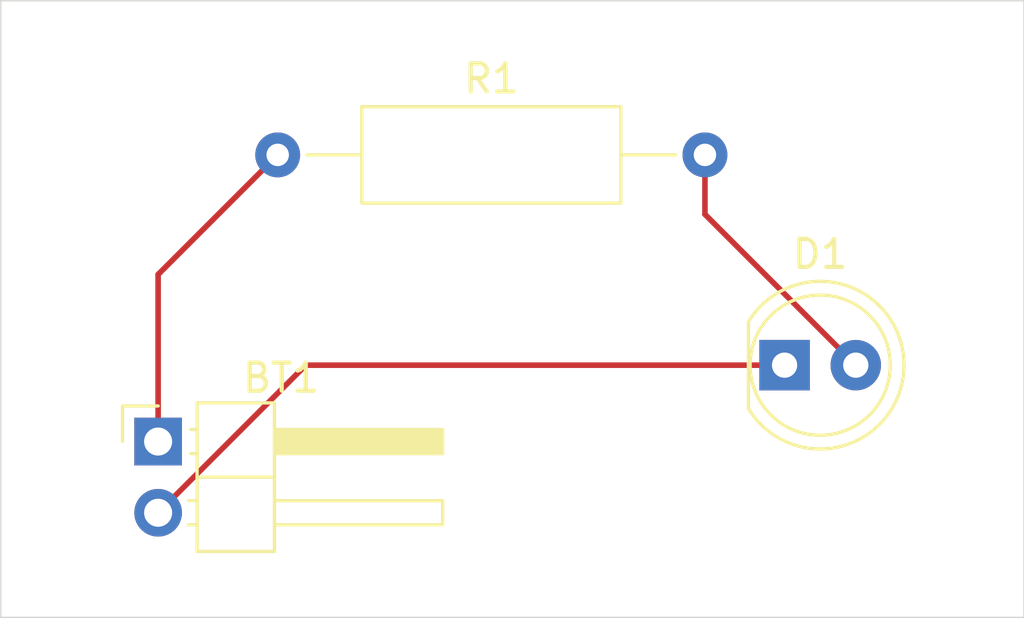
<source format=kicad_pcb>
(kicad_pcb (version 20241229) (generator "pcbnew") (generator_version "9.0")
  (layers (0 "F.Cu" signal) (2 "B.Cu" signal) (13 "F.Paste" user) (15 "B.Paste" user) (5 "F.SilkS" user "F.Silkscreen") (7 "B.SilkS" user "B.Silkscreen") (1 "F.Mask" user) (3 "B.Mask" user) (25 "Edge.Cuts" user))
  (net 0 "")
  (net 1 "Net-(BT1-+)")
  (net 2 "Net-(BT1--)")
  (net 3 "Net-(D1-A)")
  (footprint "LED_THT:LED_D5.0mm" (layer "F.Cu") (at 149.46 93)
    (property "Reference" "D1" (at 1.27 -3.96 0) (layer "F.SilkS"))
    (property "Value" "3W")
    (fp_line (start -1.29 -1.545) (end -1.29 1.545) (stroke (width 0.12)) (layer "F.SilkS"))
    (fp_arc (start -1.29 -1.54483) (mid 2.071779 -2.880495) (end 4.26 0) (stroke (width 0.12)) (layer "F.SilkS"))
    (fp_arc (start 4.26 0) (mid 2.071779 2.880495) (end -1.29 1.54483) (stroke (width 0.12)) (layer "F.SilkS"))
    (fp_circle (center 1.27 0) (end 3.77 0) (stroke (width 0.12)) (fill no) (layer "F.SilkS"))
    (pad "1" thru_hole rect (at 0 0) (size 1.8 1.8) (drill 0.9) (layers "*.Cu" "*.Mask") (net 2 "Net-(BT1--)"))
    (pad "2" thru_hole circle (at 2.54 0) (size 1.8 1.8) (drill 0.9) (layers "*.Cu" "*.Mask") (net 3 "Net-(D1-A)"))
  )
  (footprint "Resistor_THT:R_Axial_DIN0309_L9.0mm_D3.2mm_P15.24mm_Horizontal" (layer "F.Cu") (at 131.38 85.5)
    (property "Reference" "R1" (at 7.62 -2.72 0) (layer "F.SilkS"))
    (property "Value" "220")
    (fp_line (start 1.04 0) (end 3 0) (stroke (width 0.12)) (layer "F.SilkS"))
    (fp_line (start 14.2 0) (end 12.24 0) (stroke (width 0.12)) (layer "F.SilkS"))
    (fp_rect (start 3 -1.72) (end 12.24 1.72) (stroke (width 0.12)) (fill no) (layer "F.SilkS"))
    (pad "1" thru_hole circle (at 0 0) (size 1.6 1.6) (drill 0.8) (layers "*.Cu" "*.Mask") (net 1 "Net-(BT1-+)"))
    (pad "2" thru_hole circle (at 15.24 0) (size 1.6 1.6) (drill 0.8) (layers "*.Cu" "*.Mask") (net 3 "Net-(D1-A)"))
  )
  (footprint "Connector_PinHeader_2.54mm:PinHeader_1x02_P2.54mm_Horizontal" (layer "F.Cu") (at 127.115 95.725)
    (property "Reference" "BT1" (at 4.385 -2.27 0) (layer "F.SilkS"))
    (property "Value" "9V")
    (fp_line (start -1.27 -1.27) (end 0 -1.27) (stroke (width 0.12)) (layer "F.SilkS"))
    (fp_line (start -1.27 0) (end -1.27 -1.27) (stroke (width 0.12)) (layer "F.SilkS"))
    (fp_line (start 1.077358 2.11) (end 1.39 2.11) (stroke (width 0.12)) (layer "F.SilkS"))
    (fp_line (start 1.077358 2.97) (end 1.39 2.97) (stroke (width 0.12)) (layer "F.SilkS"))
    (fp_line (start 1.16 -0.43) (end 1.39 -0.43) (stroke (width 0.12)) (layer "F.SilkS"))
    (fp_line (start 1.16 0.43) (end 1.39 0.43) (stroke (width 0.12)) (layer "F.SilkS"))
    (fp_line (start 1.39 -1.38) (end 1.39 3.92) (stroke (width 0.12)) (layer "F.SilkS"))
    (fp_line (start 1.39 1.27) (end 4.15 1.27) (stroke (width 0.12)) (layer "F.SilkS"))
    (fp_line (start 1.39 3.92) (end 4.15 3.92) (stroke (width 0.12)) (layer "F.SilkS"))
    (fp_line (start 4.15 -1.38) (end 1.39 -1.38) (stroke (width 0.12)) (layer "F.SilkS"))
    (fp_line (start 4.15 2.11) (end 10.15 2.11) (stroke (width 0.12)) (layer "F.SilkS"))
    (fp_line (start 4.15 3.92) (end 4.15 -1.38) (stroke (width 0.12)) (layer "F.SilkS"))
    (fp_line (start 10.15 2.11) (end 10.15 2.97) (stroke (width 0.12)) (layer "F.SilkS"))
    (fp_line (start 10.15 2.97) (end 4.15 2.97) (stroke (width 0.12)) (layer "F.SilkS"))
    (fp_rect (start 4.15 -0.43) (end 10.15 0.43) (stroke (width 0.12)) (fill yes) (layer "F.SilkS"))
    (pad "1" thru_hole rect (at 0 0) (size 1.7 1.7) (drill 1) (layers "*.Cu" "*.Mask") (net 1 "Net-(BT1-+)"))
    (pad "2" thru_hole circle (at 0 2.54) (size 1.7 1.7) (drill 1) (layers "*.Cu" "*.Mask") (net 2 "Net-(BT1--)"))
  )
  (gr_rect (start 121.5 80) (end 158 102) (stroke (width 0.05)) (fill no) (layer "Edge.Cuts"))
  (segment (start 127.115 89.765) (end 131.38 85.5) (width 0.2) (layer "F.Cu") (net 1))
  (segment (start 127.115 95.725) (end 127.115 89.765) (width 0.2) (layer "F.Cu") (net 1))
  (segment (start 149.46 93) (end 132.38 93) (width 0.2) (layer "F.Cu") (net 2))
  (segment (start 132.38 93) (end 127.115 98.265) (width 0.2) (layer "F.Cu") (net 2))
  (segment (start 146.62 85.5) (end 146.62 87.62) (width 0.2) (layer "F.Cu") (net 3))
  (segment (start 146.62 87.62) (end 152 93) (width 0.2) (layer "F.Cu") (net 3))
)
</source>
